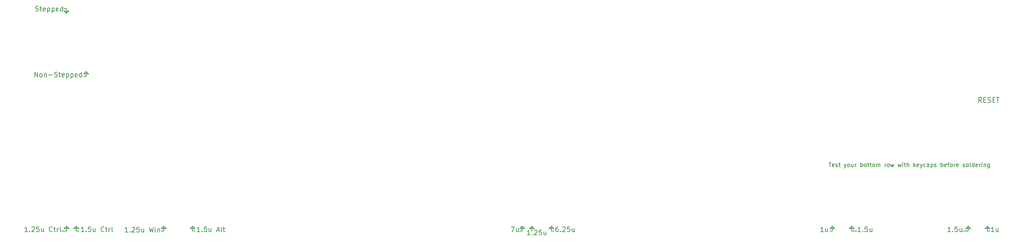
<source format=gbr>
%TF.GenerationSoftware,KiCad,Pcbnew,7.0.2*%
%TF.CreationDate,2023-06-29T00:21:25-04:00*%
%TF.ProjectId,FR4-universal-layout-plate,4652342d-756e-4697-9665-7273616c2d6c,rev?*%
%TF.SameCoordinates,Original*%
%TF.FileFunction,Legend,Top*%
%TF.FilePolarity,Positive*%
%FSLAX46Y46*%
G04 Gerber Fmt 4.6, Leading zero omitted, Abs format (unit mm)*
G04 Created by KiCad (PCBNEW 7.0.2) date 2023-06-29 00:21:25*
%MOMM*%
%LPD*%
G01*
G04 APERTURE LIST*
%ADD10C,0.150000*%
%ADD11C,0.200000*%
G04 APERTURE END LIST*
D10*
X113704783Y-112514157D02*
X114895409Y-112514157D01*
X2381250Y-58340674D02*
X1785939Y-58340674D01*
X4167191Y-112514157D02*
X5357817Y-112514157D01*
X4762500Y-111918750D02*
X4167191Y-112514157D01*
X33932841Y-112514157D02*
X33337500Y-111918844D01*
X2381252Y-113109470D02*
X1190626Y-113109470D01*
X190500160Y-111918844D02*
X191095473Y-112514157D01*
X121443749Y-113109470D02*
X122039165Y-113109470D01*
X190500160Y-111918844D02*
X189904847Y-112514157D01*
X121443749Y-111918844D02*
X120848539Y-112514157D01*
X224433001Y-112514157D02*
X223242375Y-112514157D01*
X121443749Y-111918844D02*
X122039165Y-112514157D01*
X195262664Y-111918844D02*
X195262664Y-113109470D01*
X5357817Y-112514157D02*
X4762500Y-111918750D01*
X229195505Y-112514157D02*
X228004879Y-112514157D01*
X114300000Y-111918844D02*
X114895409Y-112514157D01*
X2381252Y-111918844D02*
X2976565Y-112514157D01*
X228600192Y-111918844D02*
X228600192Y-113109470D01*
X2381250Y-59531300D02*
X1785939Y-58935987D01*
X116681348Y-111918844D02*
X116086035Y-112514157D01*
X5357817Y-113109470D02*
X4762504Y-113109470D01*
X116681348Y-111918844D02*
X116681348Y-113109470D01*
X7739069Y-74414125D02*
X6548443Y-74414125D01*
X32742215Y-112514157D02*
X33932841Y-112514157D01*
X194667351Y-112514157D02*
X195857977Y-112514157D01*
X4762504Y-113109470D02*
X4762500Y-111918750D01*
X122039165Y-112514157D02*
X120848539Y-112514157D01*
X195262664Y-113109470D02*
X196453290Y-113109470D01*
X114300000Y-113109470D02*
X113704783Y-113109470D01*
X223837688Y-111918844D02*
X223242375Y-112514157D01*
X116681348Y-111918844D02*
X117276661Y-112514157D01*
X7143756Y-73818812D02*
X6548443Y-74414125D01*
X114300000Y-111918844D02*
X113704783Y-112514157D01*
X26789085Y-112514157D02*
X25598459Y-112514157D01*
X26193750Y-111918797D02*
X26789085Y-112514157D01*
X228600192Y-111918844D02*
X229195505Y-112514157D01*
X2381250Y-59531300D02*
X2976565Y-58935987D01*
X190500160Y-113109470D02*
X189904847Y-113109470D01*
X116086035Y-112514157D02*
X117276661Y-112514157D01*
X33932841Y-113109470D02*
X33337528Y-113109470D01*
X33337528Y-113109470D02*
X33337500Y-111918797D01*
X228600192Y-113109470D02*
X229195505Y-113109470D01*
X26193772Y-113109470D02*
X26193750Y-111918797D01*
X189904847Y-112514157D02*
X191095473Y-112514157D01*
X223837688Y-113109470D02*
X222647062Y-113109470D01*
X114300000Y-111918844D02*
X114300000Y-113109470D01*
X2381252Y-111918844D02*
X1785939Y-112514157D01*
X7143750Y-73818812D02*
X7143756Y-75009438D01*
X228600192Y-111918844D02*
X228004879Y-112514157D01*
X25598459Y-113109470D02*
X26193772Y-113109470D01*
X33337500Y-111918844D02*
X32742215Y-112514157D01*
X2381252Y-111918844D02*
X2381252Y-113109470D01*
X25598459Y-112514157D02*
X26193750Y-111918797D01*
X7143756Y-75009438D02*
X6548443Y-75009438D01*
X1785939Y-58935987D02*
X2976565Y-58935987D01*
X1785939Y-112514157D02*
X2976565Y-112514157D01*
X195262664Y-111918844D02*
X194667351Y-112514157D01*
X2381250Y-59531300D02*
X2381250Y-58340674D01*
X223837688Y-111918844D02*
X223837688Y-113109470D01*
X7143756Y-73818812D02*
X7739069Y-74414125D01*
X121443749Y-111918844D02*
X121443749Y-113109470D01*
X195262664Y-111918844D02*
X195857977Y-112514157D01*
X190500160Y-111918844D02*
X190500160Y-113109470D01*
X223837688Y-111918844D02*
X224433001Y-112514157D01*
D11*
X219542857Y-113255142D02*
X218857143Y-113255142D01*
X219200000Y-113255142D02*
X219200000Y-112055142D01*
X219200000Y-112055142D02*
X219085714Y-112226571D01*
X219085714Y-112226571D02*
X218971429Y-112340857D01*
X218971429Y-112340857D02*
X218857143Y-112398000D01*
X220057143Y-113140857D02*
X220114286Y-113198000D01*
X220114286Y-113198000D02*
X220057143Y-113255142D01*
X220057143Y-113255142D02*
X220000000Y-113198000D01*
X220000000Y-113198000D02*
X220057143Y-113140857D01*
X220057143Y-113140857D02*
X220057143Y-113255142D01*
X221200000Y-112055142D02*
X220628572Y-112055142D01*
X220628572Y-112055142D02*
X220571429Y-112626571D01*
X220571429Y-112626571D02*
X220628572Y-112569428D01*
X220628572Y-112569428D02*
X220742858Y-112512285D01*
X220742858Y-112512285D02*
X221028572Y-112512285D01*
X221028572Y-112512285D02*
X221142858Y-112569428D01*
X221142858Y-112569428D02*
X221200000Y-112626571D01*
X221200000Y-112626571D02*
X221257143Y-112740857D01*
X221257143Y-112740857D02*
X221257143Y-113026571D01*
X221257143Y-113026571D02*
X221200000Y-113140857D01*
X221200000Y-113140857D02*
X221142858Y-113198000D01*
X221142858Y-113198000D02*
X221028572Y-113255142D01*
X221028572Y-113255142D02*
X220742858Y-113255142D01*
X220742858Y-113255142D02*
X220628572Y-113198000D01*
X220628572Y-113198000D02*
X220571429Y-113140857D01*
X222285715Y-112455142D02*
X222285715Y-113255142D01*
X221771429Y-112455142D02*
X221771429Y-113083714D01*
X221771429Y-113083714D02*
X221828572Y-113198000D01*
X221828572Y-113198000D02*
X221942857Y-113255142D01*
X221942857Y-113255142D02*
X222114286Y-113255142D01*
X222114286Y-113255142D02*
X222228572Y-113198000D01*
X222228572Y-113198000D02*
X222285715Y-113140857D01*
X123057143Y-112055142D02*
X122828571Y-112055142D01*
X122828571Y-112055142D02*
X122714285Y-112112285D01*
X122714285Y-112112285D02*
X122657143Y-112169428D01*
X122657143Y-112169428D02*
X122542857Y-112340857D01*
X122542857Y-112340857D02*
X122485714Y-112569428D01*
X122485714Y-112569428D02*
X122485714Y-113026571D01*
X122485714Y-113026571D02*
X122542857Y-113140857D01*
X122542857Y-113140857D02*
X122600000Y-113198000D01*
X122600000Y-113198000D02*
X122714285Y-113255142D01*
X122714285Y-113255142D02*
X122942857Y-113255142D01*
X122942857Y-113255142D02*
X123057143Y-113198000D01*
X123057143Y-113198000D02*
X123114285Y-113140857D01*
X123114285Y-113140857D02*
X123171428Y-113026571D01*
X123171428Y-113026571D02*
X123171428Y-112740857D01*
X123171428Y-112740857D02*
X123114285Y-112626571D01*
X123114285Y-112626571D02*
X123057143Y-112569428D01*
X123057143Y-112569428D02*
X122942857Y-112512285D01*
X122942857Y-112512285D02*
X122714285Y-112512285D01*
X122714285Y-112512285D02*
X122600000Y-112569428D01*
X122600000Y-112569428D02*
X122542857Y-112626571D01*
X122542857Y-112626571D02*
X122485714Y-112740857D01*
X123685714Y-113140857D02*
X123742857Y-113198000D01*
X123742857Y-113198000D02*
X123685714Y-113255142D01*
X123685714Y-113255142D02*
X123628571Y-113198000D01*
X123628571Y-113198000D02*
X123685714Y-113140857D01*
X123685714Y-113140857D02*
X123685714Y-113255142D01*
X124200000Y-112169428D02*
X124257143Y-112112285D01*
X124257143Y-112112285D02*
X124371429Y-112055142D01*
X124371429Y-112055142D02*
X124657143Y-112055142D01*
X124657143Y-112055142D02*
X124771429Y-112112285D01*
X124771429Y-112112285D02*
X124828571Y-112169428D01*
X124828571Y-112169428D02*
X124885714Y-112283714D01*
X124885714Y-112283714D02*
X124885714Y-112398000D01*
X124885714Y-112398000D02*
X124828571Y-112569428D01*
X124828571Y-112569428D02*
X124142857Y-113255142D01*
X124142857Y-113255142D02*
X124885714Y-113255142D01*
X125971428Y-112055142D02*
X125400000Y-112055142D01*
X125400000Y-112055142D02*
X125342857Y-112626571D01*
X125342857Y-112626571D02*
X125400000Y-112569428D01*
X125400000Y-112569428D02*
X125514286Y-112512285D01*
X125514286Y-112512285D02*
X125800000Y-112512285D01*
X125800000Y-112512285D02*
X125914286Y-112569428D01*
X125914286Y-112569428D02*
X125971428Y-112626571D01*
X125971428Y-112626571D02*
X126028571Y-112740857D01*
X126028571Y-112740857D02*
X126028571Y-113026571D01*
X126028571Y-113026571D02*
X125971428Y-113140857D01*
X125971428Y-113140857D02*
X125914286Y-113198000D01*
X125914286Y-113198000D02*
X125800000Y-113255142D01*
X125800000Y-113255142D02*
X125514286Y-113255142D01*
X125514286Y-113255142D02*
X125400000Y-113198000D01*
X125400000Y-113198000D02*
X125342857Y-113140857D01*
X127057143Y-112455142D02*
X127057143Y-113255142D01*
X126542857Y-112455142D02*
X126542857Y-113083714D01*
X126542857Y-113083714D02*
X126600000Y-113198000D01*
X126600000Y-113198000D02*
X126714285Y-113255142D01*
X126714285Y-113255142D02*
X126885714Y-113255142D01*
X126885714Y-113255142D02*
X127000000Y-113198000D01*
X127000000Y-113198000D02*
X127057143Y-113140857D01*
X197442857Y-113255142D02*
X196757143Y-113255142D01*
X197100000Y-113255142D02*
X197100000Y-112055142D01*
X197100000Y-112055142D02*
X196985714Y-112226571D01*
X196985714Y-112226571D02*
X196871429Y-112340857D01*
X196871429Y-112340857D02*
X196757143Y-112398000D01*
X197957143Y-113140857D02*
X198014286Y-113198000D01*
X198014286Y-113198000D02*
X197957143Y-113255142D01*
X197957143Y-113255142D02*
X197900000Y-113198000D01*
X197900000Y-113198000D02*
X197957143Y-113140857D01*
X197957143Y-113140857D02*
X197957143Y-113255142D01*
X199100000Y-112055142D02*
X198528572Y-112055142D01*
X198528572Y-112055142D02*
X198471429Y-112626571D01*
X198471429Y-112626571D02*
X198528572Y-112569428D01*
X198528572Y-112569428D02*
X198642858Y-112512285D01*
X198642858Y-112512285D02*
X198928572Y-112512285D01*
X198928572Y-112512285D02*
X199042858Y-112569428D01*
X199042858Y-112569428D02*
X199100000Y-112626571D01*
X199100000Y-112626571D02*
X199157143Y-112740857D01*
X199157143Y-112740857D02*
X199157143Y-113026571D01*
X199157143Y-113026571D02*
X199100000Y-113140857D01*
X199100000Y-113140857D02*
X199042858Y-113198000D01*
X199042858Y-113198000D02*
X198928572Y-113255142D01*
X198928572Y-113255142D02*
X198642858Y-113255142D01*
X198642858Y-113255142D02*
X198528572Y-113198000D01*
X198528572Y-113198000D02*
X198471429Y-113140857D01*
X200185715Y-112455142D02*
X200185715Y-113255142D01*
X199671429Y-112455142D02*
X199671429Y-113083714D01*
X199671429Y-113083714D02*
X199728572Y-113198000D01*
X199728572Y-113198000D02*
X199842857Y-113255142D01*
X199842857Y-113255142D02*
X200014286Y-113255142D01*
X200014286Y-113255142D02*
X200128572Y-113198000D01*
X200128572Y-113198000D02*
X200185715Y-113140857D01*
X188300000Y-113255142D02*
X187614286Y-113255142D01*
X187957143Y-113255142D02*
X187957143Y-112055142D01*
X187957143Y-112055142D02*
X187842857Y-112226571D01*
X187842857Y-112226571D02*
X187728572Y-112340857D01*
X187728572Y-112340857D02*
X187614286Y-112398000D01*
X189328572Y-112455142D02*
X189328572Y-113255142D01*
X188814286Y-112455142D02*
X188814286Y-113083714D01*
X188814286Y-113083714D02*
X188871429Y-113198000D01*
X188871429Y-113198000D02*
X188985714Y-113255142D01*
X188985714Y-113255142D02*
X189157143Y-113255142D01*
X189157143Y-113255142D02*
X189271429Y-113198000D01*
X189271429Y-113198000D02*
X189328572Y-113140857D01*
X-5442855Y-75155142D02*
X-5442855Y-73955142D01*
X-5442855Y-73955142D02*
X-4757141Y-75155142D01*
X-4757141Y-75155142D02*
X-4757141Y-73955142D01*
X-4014284Y-75155142D02*
X-4128569Y-75098000D01*
X-4128569Y-75098000D02*
X-4185712Y-75040857D01*
X-4185712Y-75040857D02*
X-4242855Y-74926571D01*
X-4242855Y-74926571D02*
X-4242855Y-74583714D01*
X-4242855Y-74583714D02*
X-4185712Y-74469428D01*
X-4185712Y-74469428D02*
X-4128569Y-74412285D01*
X-4128569Y-74412285D02*
X-4014284Y-74355142D01*
X-4014284Y-74355142D02*
X-3842855Y-74355142D01*
X-3842855Y-74355142D02*
X-3728569Y-74412285D01*
X-3728569Y-74412285D02*
X-3671427Y-74469428D01*
X-3671427Y-74469428D02*
X-3614284Y-74583714D01*
X-3614284Y-74583714D02*
X-3614284Y-74926571D01*
X-3614284Y-74926571D02*
X-3671427Y-75040857D01*
X-3671427Y-75040857D02*
X-3728569Y-75098000D01*
X-3728569Y-75098000D02*
X-3842855Y-75155142D01*
X-3842855Y-75155142D02*
X-4014284Y-75155142D01*
X-3099998Y-74355142D02*
X-3099998Y-75155142D01*
X-3099998Y-74469428D02*
X-3042855Y-74412285D01*
X-3042855Y-74412285D02*
X-2928570Y-74355142D01*
X-2928570Y-74355142D02*
X-2757141Y-74355142D01*
X-2757141Y-74355142D02*
X-2642855Y-74412285D01*
X-2642855Y-74412285D02*
X-2585713Y-74526571D01*
X-2585713Y-74526571D02*
X-2585713Y-75155142D01*
X-2014284Y-74698000D02*
X-1099999Y-74698000D01*
X-585713Y-75098000D02*
X-414285Y-75155142D01*
X-414285Y-75155142D02*
X-128570Y-75155142D01*
X-128570Y-75155142D02*
X-14285Y-75098000D01*
X-14285Y-75098000D02*
X42857Y-75040857D01*
X42857Y-75040857D02*
X100000Y-74926571D01*
X100000Y-74926571D02*
X100000Y-74812285D01*
X100000Y-74812285D02*
X42857Y-74698000D01*
X42857Y-74698000D02*
X-14285Y-74640857D01*
X-14285Y-74640857D02*
X-128570Y-74583714D01*
X-128570Y-74583714D02*
X-357142Y-74526571D01*
X-357142Y-74526571D02*
X-471427Y-74469428D01*
X-471427Y-74469428D02*
X-528570Y-74412285D01*
X-528570Y-74412285D02*
X-585713Y-74298000D01*
X-585713Y-74298000D02*
X-585713Y-74183714D01*
X-585713Y-74183714D02*
X-528570Y-74069428D01*
X-528570Y-74069428D02*
X-471427Y-74012285D01*
X-471427Y-74012285D02*
X-357142Y-73955142D01*
X-357142Y-73955142D02*
X-71427Y-73955142D01*
X-71427Y-73955142D02*
X100000Y-74012285D01*
X442857Y-74355142D02*
X900000Y-74355142D01*
X614286Y-73955142D02*
X614286Y-74983714D01*
X614286Y-74983714D02*
X671429Y-75098000D01*
X671429Y-75098000D02*
X785714Y-75155142D01*
X785714Y-75155142D02*
X900000Y-75155142D01*
X1757143Y-75098000D02*
X1642857Y-75155142D01*
X1642857Y-75155142D02*
X1414286Y-75155142D01*
X1414286Y-75155142D02*
X1300000Y-75098000D01*
X1300000Y-75098000D02*
X1242857Y-74983714D01*
X1242857Y-74983714D02*
X1242857Y-74526571D01*
X1242857Y-74526571D02*
X1300000Y-74412285D01*
X1300000Y-74412285D02*
X1414286Y-74355142D01*
X1414286Y-74355142D02*
X1642857Y-74355142D01*
X1642857Y-74355142D02*
X1757143Y-74412285D01*
X1757143Y-74412285D02*
X1814286Y-74526571D01*
X1814286Y-74526571D02*
X1814286Y-74640857D01*
X1814286Y-74640857D02*
X1242857Y-74755142D01*
X2328571Y-74355142D02*
X2328571Y-75555142D01*
X2328571Y-74412285D02*
X2442857Y-74355142D01*
X2442857Y-74355142D02*
X2671428Y-74355142D01*
X2671428Y-74355142D02*
X2785714Y-74412285D01*
X2785714Y-74412285D02*
X2842857Y-74469428D01*
X2842857Y-74469428D02*
X2899999Y-74583714D01*
X2899999Y-74583714D02*
X2899999Y-74926571D01*
X2899999Y-74926571D02*
X2842857Y-75040857D01*
X2842857Y-75040857D02*
X2785714Y-75098000D01*
X2785714Y-75098000D02*
X2671428Y-75155142D01*
X2671428Y-75155142D02*
X2442857Y-75155142D01*
X2442857Y-75155142D02*
X2328571Y-75098000D01*
X3414285Y-74355142D02*
X3414285Y-75555142D01*
X3414285Y-74412285D02*
X3528571Y-74355142D01*
X3528571Y-74355142D02*
X3757142Y-74355142D01*
X3757142Y-74355142D02*
X3871428Y-74412285D01*
X3871428Y-74412285D02*
X3928571Y-74469428D01*
X3928571Y-74469428D02*
X3985713Y-74583714D01*
X3985713Y-74583714D02*
X3985713Y-74926571D01*
X3985713Y-74926571D02*
X3928571Y-75040857D01*
X3928571Y-75040857D02*
X3871428Y-75098000D01*
X3871428Y-75098000D02*
X3757142Y-75155142D01*
X3757142Y-75155142D02*
X3528571Y-75155142D01*
X3528571Y-75155142D02*
X3414285Y-75098000D01*
X4957142Y-75098000D02*
X4842856Y-75155142D01*
X4842856Y-75155142D02*
X4614285Y-75155142D01*
X4614285Y-75155142D02*
X4499999Y-75098000D01*
X4499999Y-75098000D02*
X4442856Y-74983714D01*
X4442856Y-74983714D02*
X4442856Y-74526571D01*
X4442856Y-74526571D02*
X4499999Y-74412285D01*
X4499999Y-74412285D02*
X4614285Y-74355142D01*
X4614285Y-74355142D02*
X4842856Y-74355142D01*
X4842856Y-74355142D02*
X4957142Y-74412285D01*
X4957142Y-74412285D02*
X5014285Y-74526571D01*
X5014285Y-74526571D02*
X5014285Y-74640857D01*
X5014285Y-74640857D02*
X4442856Y-74755142D01*
X6042856Y-75155142D02*
X6042856Y-73955142D01*
X6042856Y-75098000D02*
X5928570Y-75155142D01*
X5928570Y-75155142D02*
X5699998Y-75155142D01*
X5699998Y-75155142D02*
X5585713Y-75098000D01*
X5585713Y-75098000D02*
X5528570Y-75040857D01*
X5528570Y-75040857D02*
X5471427Y-74926571D01*
X5471427Y-74926571D02*
X5471427Y-74583714D01*
X5471427Y-74583714D02*
X5528570Y-74469428D01*
X5528570Y-74469428D02*
X5585713Y-74412285D01*
X5585713Y-74412285D02*
X5699998Y-74355142D01*
X5699998Y-74355142D02*
X5928570Y-74355142D01*
X5928570Y-74355142D02*
X6042856Y-74412285D01*
X17399999Y-113355142D02*
X16714285Y-113355142D01*
X17057142Y-113355142D02*
X17057142Y-112155142D01*
X17057142Y-112155142D02*
X16942856Y-112326571D01*
X16942856Y-112326571D02*
X16828571Y-112440857D01*
X16828571Y-112440857D02*
X16714285Y-112498000D01*
X17914285Y-113240857D02*
X17971428Y-113298000D01*
X17971428Y-113298000D02*
X17914285Y-113355142D01*
X17914285Y-113355142D02*
X17857142Y-113298000D01*
X17857142Y-113298000D02*
X17914285Y-113240857D01*
X17914285Y-113240857D02*
X17914285Y-113355142D01*
X18428571Y-112269428D02*
X18485714Y-112212285D01*
X18485714Y-112212285D02*
X18600000Y-112155142D01*
X18600000Y-112155142D02*
X18885714Y-112155142D01*
X18885714Y-112155142D02*
X19000000Y-112212285D01*
X19000000Y-112212285D02*
X19057142Y-112269428D01*
X19057142Y-112269428D02*
X19114285Y-112383714D01*
X19114285Y-112383714D02*
X19114285Y-112498000D01*
X19114285Y-112498000D02*
X19057142Y-112669428D01*
X19057142Y-112669428D02*
X18371428Y-113355142D01*
X18371428Y-113355142D02*
X19114285Y-113355142D01*
X20199999Y-112155142D02*
X19628571Y-112155142D01*
X19628571Y-112155142D02*
X19571428Y-112726571D01*
X19571428Y-112726571D02*
X19628571Y-112669428D01*
X19628571Y-112669428D02*
X19742857Y-112612285D01*
X19742857Y-112612285D02*
X20028571Y-112612285D01*
X20028571Y-112612285D02*
X20142857Y-112669428D01*
X20142857Y-112669428D02*
X20199999Y-112726571D01*
X20199999Y-112726571D02*
X20257142Y-112840857D01*
X20257142Y-112840857D02*
X20257142Y-113126571D01*
X20257142Y-113126571D02*
X20199999Y-113240857D01*
X20199999Y-113240857D02*
X20142857Y-113298000D01*
X20142857Y-113298000D02*
X20028571Y-113355142D01*
X20028571Y-113355142D02*
X19742857Y-113355142D01*
X19742857Y-113355142D02*
X19628571Y-113298000D01*
X19628571Y-113298000D02*
X19571428Y-113240857D01*
X21285714Y-112555142D02*
X21285714Y-113355142D01*
X20771428Y-112555142D02*
X20771428Y-113183714D01*
X20771428Y-113183714D02*
X20828571Y-113298000D01*
X20828571Y-113298000D02*
X20942856Y-113355142D01*
X20942856Y-113355142D02*
X21114285Y-113355142D01*
X21114285Y-113355142D02*
X21228571Y-113298000D01*
X21228571Y-113298000D02*
X21285714Y-113240857D01*
X22657142Y-112155142D02*
X22942856Y-113355142D01*
X22942856Y-113355142D02*
X23171428Y-112498000D01*
X23171428Y-112498000D02*
X23399999Y-113355142D01*
X23399999Y-113355142D02*
X23685714Y-112155142D01*
X24142857Y-113355142D02*
X24142857Y-112555142D01*
X24142857Y-112155142D02*
X24085714Y-112212285D01*
X24085714Y-112212285D02*
X24142857Y-112269428D01*
X24142857Y-112269428D02*
X24200000Y-112212285D01*
X24200000Y-112212285D02*
X24142857Y-112155142D01*
X24142857Y-112155142D02*
X24142857Y-112269428D01*
X24714286Y-112555142D02*
X24714286Y-113355142D01*
X24714286Y-112669428D02*
X24771429Y-112612285D01*
X24771429Y-112612285D02*
X24885714Y-112555142D01*
X24885714Y-112555142D02*
X25057143Y-112555142D01*
X25057143Y-112555142D02*
X25171429Y-112612285D01*
X25171429Y-112612285D02*
X25228572Y-112726571D01*
X25228572Y-112726571D02*
X25228572Y-113355142D01*
X-7214285Y-113255142D02*
X-7899999Y-113255142D01*
X-7557142Y-113255142D02*
X-7557142Y-112055142D01*
X-7557142Y-112055142D02*
X-7671428Y-112226571D01*
X-7671428Y-112226571D02*
X-7785713Y-112340857D01*
X-7785713Y-112340857D02*
X-7899999Y-112398000D01*
X-6699999Y-113140857D02*
X-6642856Y-113198000D01*
X-6642856Y-113198000D02*
X-6699999Y-113255142D01*
X-6699999Y-113255142D02*
X-6757142Y-113198000D01*
X-6757142Y-113198000D02*
X-6699999Y-113140857D01*
X-6699999Y-113140857D02*
X-6699999Y-113255142D01*
X-6185713Y-112169428D02*
X-6128570Y-112112285D01*
X-6128570Y-112112285D02*
X-6014285Y-112055142D01*
X-6014285Y-112055142D02*
X-5728570Y-112055142D01*
X-5728570Y-112055142D02*
X-5614285Y-112112285D01*
X-5614285Y-112112285D02*
X-5557142Y-112169428D01*
X-5557142Y-112169428D02*
X-5499999Y-112283714D01*
X-5499999Y-112283714D02*
X-5499999Y-112398000D01*
X-5499999Y-112398000D02*
X-5557142Y-112569428D01*
X-5557142Y-112569428D02*
X-6242856Y-113255142D01*
X-6242856Y-113255142D02*
X-5499999Y-113255142D01*
X-4414285Y-112055142D02*
X-4985713Y-112055142D01*
X-4985713Y-112055142D02*
X-5042856Y-112626571D01*
X-5042856Y-112626571D02*
X-4985713Y-112569428D01*
X-4985713Y-112569428D02*
X-4871428Y-112512285D01*
X-4871428Y-112512285D02*
X-4585713Y-112512285D01*
X-4585713Y-112512285D02*
X-4471428Y-112569428D01*
X-4471428Y-112569428D02*
X-4414285Y-112626571D01*
X-4414285Y-112626571D02*
X-4357142Y-112740857D01*
X-4357142Y-112740857D02*
X-4357142Y-113026571D01*
X-4357142Y-113026571D02*
X-4414285Y-113140857D01*
X-4414285Y-113140857D02*
X-4471428Y-113198000D01*
X-4471428Y-113198000D02*
X-4585713Y-113255142D01*
X-4585713Y-113255142D02*
X-4871428Y-113255142D01*
X-4871428Y-113255142D02*
X-4985713Y-113198000D01*
X-4985713Y-113198000D02*
X-5042856Y-113140857D01*
X-3328571Y-112455142D02*
X-3328571Y-113255142D01*
X-3842856Y-112455142D02*
X-3842856Y-113083714D01*
X-3842856Y-113083714D02*
X-3785713Y-113198000D01*
X-3785713Y-113198000D02*
X-3671428Y-113255142D01*
X-3671428Y-113255142D02*
X-3499999Y-113255142D01*
X-3499999Y-113255142D02*
X-3385713Y-113198000D01*
X-3385713Y-113198000D02*
X-3328571Y-113140857D01*
X-1157142Y-113140857D02*
X-1214285Y-113198000D01*
X-1214285Y-113198000D02*
X-1385713Y-113255142D01*
X-1385713Y-113255142D02*
X-1499999Y-113255142D01*
X-1499999Y-113255142D02*
X-1671428Y-113198000D01*
X-1671428Y-113198000D02*
X-1785713Y-113083714D01*
X-1785713Y-113083714D02*
X-1842856Y-112969428D01*
X-1842856Y-112969428D02*
X-1899999Y-112740857D01*
X-1899999Y-112740857D02*
X-1899999Y-112569428D01*
X-1899999Y-112569428D02*
X-1842856Y-112340857D01*
X-1842856Y-112340857D02*
X-1785713Y-112226571D01*
X-1785713Y-112226571D02*
X-1671428Y-112112285D01*
X-1671428Y-112112285D02*
X-1499999Y-112055142D01*
X-1499999Y-112055142D02*
X-1385713Y-112055142D01*
X-1385713Y-112055142D02*
X-1214285Y-112112285D01*
X-1214285Y-112112285D02*
X-1157142Y-112169428D01*
X-814285Y-112455142D02*
X-357142Y-112455142D01*
X-642856Y-112055142D02*
X-642856Y-113083714D01*
X-642856Y-113083714D02*
X-585713Y-113198000D01*
X-585713Y-113198000D02*
X-471428Y-113255142D01*
X-471428Y-113255142D02*
X-357142Y-113255142D01*
X42857Y-113255142D02*
X42857Y-112455142D01*
X42857Y-112683714D02*
X100000Y-112569428D01*
X100000Y-112569428D02*
X157143Y-112512285D01*
X157143Y-112512285D02*
X271428Y-112455142D01*
X271428Y-112455142D02*
X385714Y-112455142D01*
X957142Y-113255142D02*
X842857Y-113198000D01*
X842857Y-113198000D02*
X785714Y-113083714D01*
X785714Y-113083714D02*
X785714Y-112055142D01*
X-5242855Y-58898000D02*
X-5071427Y-58955142D01*
X-5071427Y-58955142D02*
X-4785712Y-58955142D01*
X-4785712Y-58955142D02*
X-4671427Y-58898000D01*
X-4671427Y-58898000D02*
X-4614284Y-58840857D01*
X-4614284Y-58840857D02*
X-4557141Y-58726571D01*
X-4557141Y-58726571D02*
X-4557141Y-58612285D01*
X-4557141Y-58612285D02*
X-4614284Y-58498000D01*
X-4614284Y-58498000D02*
X-4671427Y-58440857D01*
X-4671427Y-58440857D02*
X-4785712Y-58383714D01*
X-4785712Y-58383714D02*
X-5014284Y-58326571D01*
X-5014284Y-58326571D02*
X-5128569Y-58269428D01*
X-5128569Y-58269428D02*
X-5185712Y-58212285D01*
X-5185712Y-58212285D02*
X-5242855Y-58098000D01*
X-5242855Y-58098000D02*
X-5242855Y-57983714D01*
X-5242855Y-57983714D02*
X-5185712Y-57869428D01*
X-5185712Y-57869428D02*
X-5128569Y-57812285D01*
X-5128569Y-57812285D02*
X-5014284Y-57755142D01*
X-5014284Y-57755142D02*
X-4728569Y-57755142D01*
X-4728569Y-57755142D02*
X-4557141Y-57812285D01*
X-4214284Y-58155142D02*
X-3757141Y-58155142D01*
X-4042855Y-57755142D02*
X-4042855Y-58783714D01*
X-4042855Y-58783714D02*
X-3985712Y-58898000D01*
X-3985712Y-58898000D02*
X-3871427Y-58955142D01*
X-3871427Y-58955142D02*
X-3757141Y-58955142D01*
X-2899998Y-58898000D02*
X-3014284Y-58955142D01*
X-3014284Y-58955142D02*
X-3242856Y-58955142D01*
X-3242856Y-58955142D02*
X-3357141Y-58898000D01*
X-3357141Y-58898000D02*
X-3414284Y-58783714D01*
X-3414284Y-58783714D02*
X-3414284Y-58326571D01*
X-3414284Y-58326571D02*
X-3357141Y-58212285D01*
X-3357141Y-58212285D02*
X-3242856Y-58155142D01*
X-3242856Y-58155142D02*
X-3014284Y-58155142D01*
X-3014284Y-58155142D02*
X-2899998Y-58212285D01*
X-2899998Y-58212285D02*
X-2842856Y-58326571D01*
X-2842856Y-58326571D02*
X-2842856Y-58440857D01*
X-2842856Y-58440857D02*
X-3414284Y-58555142D01*
X-2328570Y-58155142D02*
X-2328570Y-59355142D01*
X-2328570Y-58212285D02*
X-2214285Y-58155142D01*
X-2214285Y-58155142D02*
X-1985713Y-58155142D01*
X-1985713Y-58155142D02*
X-1871427Y-58212285D01*
X-1871427Y-58212285D02*
X-1814285Y-58269428D01*
X-1814285Y-58269428D02*
X-1757142Y-58383714D01*
X-1757142Y-58383714D02*
X-1757142Y-58726571D01*
X-1757142Y-58726571D02*
X-1814285Y-58840857D01*
X-1814285Y-58840857D02*
X-1871427Y-58898000D01*
X-1871427Y-58898000D02*
X-1985713Y-58955142D01*
X-1985713Y-58955142D02*
X-2214285Y-58955142D01*
X-2214285Y-58955142D02*
X-2328570Y-58898000D01*
X-1242856Y-58155142D02*
X-1242856Y-59355142D01*
X-1242856Y-58212285D02*
X-1128571Y-58155142D01*
X-1128571Y-58155142D02*
X-899999Y-58155142D01*
X-899999Y-58155142D02*
X-785713Y-58212285D01*
X-785713Y-58212285D02*
X-728571Y-58269428D01*
X-728571Y-58269428D02*
X-671428Y-58383714D01*
X-671428Y-58383714D02*
X-671428Y-58726571D01*
X-671428Y-58726571D02*
X-728571Y-58840857D01*
X-728571Y-58840857D02*
X-785713Y-58898000D01*
X-785713Y-58898000D02*
X-899999Y-58955142D01*
X-899999Y-58955142D02*
X-1128571Y-58955142D01*
X-1128571Y-58955142D02*
X-1242856Y-58898000D01*
X300000Y-58898000D02*
X185714Y-58955142D01*
X185714Y-58955142D02*
X-42857Y-58955142D01*
X-42857Y-58955142D02*
X-157142Y-58898000D01*
X-157142Y-58898000D02*
X-214285Y-58783714D01*
X-214285Y-58783714D02*
X-214285Y-58326571D01*
X-214285Y-58326571D02*
X-157142Y-58212285D01*
X-157142Y-58212285D02*
X-42857Y-58155142D01*
X-42857Y-58155142D02*
X185714Y-58155142D01*
X185714Y-58155142D02*
X300000Y-58212285D01*
X300000Y-58212285D02*
X357143Y-58326571D01*
X357143Y-58326571D02*
X357143Y-58440857D01*
X357143Y-58440857D02*
X-214285Y-58555142D01*
X1385714Y-58955142D02*
X1385714Y-57755142D01*
X1385714Y-58898000D02*
X1271428Y-58955142D01*
X1271428Y-58955142D02*
X1042856Y-58955142D01*
X1042856Y-58955142D02*
X928571Y-58898000D01*
X928571Y-58898000D02*
X871428Y-58840857D01*
X871428Y-58840857D02*
X814285Y-58726571D01*
X814285Y-58726571D02*
X814285Y-58383714D01*
X814285Y-58383714D02*
X871428Y-58269428D01*
X871428Y-58269428D02*
X928571Y-58212285D01*
X928571Y-58212285D02*
X1042856Y-58155142D01*
X1042856Y-58155142D02*
X1271428Y-58155142D01*
X1271428Y-58155142D02*
X1385714Y-58212285D01*
X6657143Y-113255142D02*
X5971429Y-113255142D01*
X6314286Y-113255142D02*
X6314286Y-112055142D01*
X6314286Y-112055142D02*
X6200000Y-112226571D01*
X6200000Y-112226571D02*
X6085715Y-112340857D01*
X6085715Y-112340857D02*
X5971429Y-112398000D01*
X7171429Y-113140857D02*
X7228572Y-113198000D01*
X7228572Y-113198000D02*
X7171429Y-113255142D01*
X7171429Y-113255142D02*
X7114286Y-113198000D01*
X7114286Y-113198000D02*
X7171429Y-113140857D01*
X7171429Y-113140857D02*
X7171429Y-113255142D01*
X8314286Y-112055142D02*
X7742858Y-112055142D01*
X7742858Y-112055142D02*
X7685715Y-112626571D01*
X7685715Y-112626571D02*
X7742858Y-112569428D01*
X7742858Y-112569428D02*
X7857144Y-112512285D01*
X7857144Y-112512285D02*
X8142858Y-112512285D01*
X8142858Y-112512285D02*
X8257144Y-112569428D01*
X8257144Y-112569428D02*
X8314286Y-112626571D01*
X8314286Y-112626571D02*
X8371429Y-112740857D01*
X8371429Y-112740857D02*
X8371429Y-113026571D01*
X8371429Y-113026571D02*
X8314286Y-113140857D01*
X8314286Y-113140857D02*
X8257144Y-113198000D01*
X8257144Y-113198000D02*
X8142858Y-113255142D01*
X8142858Y-113255142D02*
X7857144Y-113255142D01*
X7857144Y-113255142D02*
X7742858Y-113198000D01*
X7742858Y-113198000D02*
X7685715Y-113140857D01*
X9400001Y-112455142D02*
X9400001Y-113255142D01*
X8885715Y-112455142D02*
X8885715Y-113083714D01*
X8885715Y-113083714D02*
X8942858Y-113198000D01*
X8942858Y-113198000D02*
X9057143Y-113255142D01*
X9057143Y-113255142D02*
X9228572Y-113255142D01*
X9228572Y-113255142D02*
X9342858Y-113198000D01*
X9342858Y-113198000D02*
X9400001Y-113140857D01*
X11571429Y-113140857D02*
X11514286Y-113198000D01*
X11514286Y-113198000D02*
X11342858Y-113255142D01*
X11342858Y-113255142D02*
X11228572Y-113255142D01*
X11228572Y-113255142D02*
X11057143Y-113198000D01*
X11057143Y-113198000D02*
X10942858Y-113083714D01*
X10942858Y-113083714D02*
X10885715Y-112969428D01*
X10885715Y-112969428D02*
X10828572Y-112740857D01*
X10828572Y-112740857D02*
X10828572Y-112569428D01*
X10828572Y-112569428D02*
X10885715Y-112340857D01*
X10885715Y-112340857D02*
X10942858Y-112226571D01*
X10942858Y-112226571D02*
X11057143Y-112112285D01*
X11057143Y-112112285D02*
X11228572Y-112055142D01*
X11228572Y-112055142D02*
X11342858Y-112055142D01*
X11342858Y-112055142D02*
X11514286Y-112112285D01*
X11514286Y-112112285D02*
X11571429Y-112169428D01*
X11914286Y-112455142D02*
X12371429Y-112455142D01*
X12085715Y-112055142D02*
X12085715Y-113083714D01*
X12085715Y-113083714D02*
X12142858Y-113198000D01*
X12142858Y-113198000D02*
X12257143Y-113255142D01*
X12257143Y-113255142D02*
X12371429Y-113255142D01*
X12771429Y-113255142D02*
X12771429Y-112455142D01*
X12771429Y-112683714D02*
X12828572Y-112569428D01*
X12828572Y-112569428D02*
X12885715Y-112512285D01*
X12885715Y-112512285D02*
X13000000Y-112455142D01*
X13000000Y-112455142D02*
X13114286Y-112455142D01*
X13685714Y-113255142D02*
X13571429Y-113198000D01*
X13571429Y-113198000D02*
X13514286Y-113083714D01*
X13514286Y-113083714D02*
X13514286Y-112055142D01*
X227157143Y-81415142D02*
X226757143Y-80843714D01*
X226471429Y-81415142D02*
X226471429Y-80215142D01*
X226471429Y-80215142D02*
X226928572Y-80215142D01*
X226928572Y-80215142D02*
X227042857Y-80272285D01*
X227042857Y-80272285D02*
X227100000Y-80329428D01*
X227100000Y-80329428D02*
X227157143Y-80443714D01*
X227157143Y-80443714D02*
X227157143Y-80615142D01*
X227157143Y-80615142D02*
X227100000Y-80729428D01*
X227100000Y-80729428D02*
X227042857Y-80786571D01*
X227042857Y-80786571D02*
X226928572Y-80843714D01*
X226928572Y-80843714D02*
X226471429Y-80843714D01*
X227671429Y-80786571D02*
X228071429Y-80786571D01*
X228242857Y-81415142D02*
X227671429Y-81415142D01*
X227671429Y-81415142D02*
X227671429Y-80215142D01*
X227671429Y-80215142D02*
X228242857Y-80215142D01*
X228700000Y-81358000D02*
X228871429Y-81415142D01*
X228871429Y-81415142D02*
X229157143Y-81415142D01*
X229157143Y-81415142D02*
X229271429Y-81358000D01*
X229271429Y-81358000D02*
X229328571Y-81300857D01*
X229328571Y-81300857D02*
X229385714Y-81186571D01*
X229385714Y-81186571D02*
X229385714Y-81072285D01*
X229385714Y-81072285D02*
X229328571Y-80958000D01*
X229328571Y-80958000D02*
X229271429Y-80900857D01*
X229271429Y-80900857D02*
X229157143Y-80843714D01*
X229157143Y-80843714D02*
X228928571Y-80786571D01*
X228928571Y-80786571D02*
X228814286Y-80729428D01*
X228814286Y-80729428D02*
X228757143Y-80672285D01*
X228757143Y-80672285D02*
X228700000Y-80558000D01*
X228700000Y-80558000D02*
X228700000Y-80443714D01*
X228700000Y-80443714D02*
X228757143Y-80329428D01*
X228757143Y-80329428D02*
X228814286Y-80272285D01*
X228814286Y-80272285D02*
X228928571Y-80215142D01*
X228928571Y-80215142D02*
X229214286Y-80215142D01*
X229214286Y-80215142D02*
X229385714Y-80272285D01*
X229900000Y-80786571D02*
X230300000Y-80786571D01*
X230471428Y-81415142D02*
X229900000Y-81415142D01*
X229900000Y-81415142D02*
X229900000Y-80215142D01*
X229900000Y-80215142D02*
X230471428Y-80215142D01*
X230814285Y-80215142D02*
X231500000Y-80215142D01*
X231157142Y-81415142D02*
X231157142Y-80215142D01*
X35114286Y-113255142D02*
X34428572Y-113255142D01*
X34771429Y-113255142D02*
X34771429Y-112055142D01*
X34771429Y-112055142D02*
X34657143Y-112226571D01*
X34657143Y-112226571D02*
X34542858Y-112340857D01*
X34542858Y-112340857D02*
X34428572Y-112398000D01*
X35628572Y-113140857D02*
X35685715Y-113198000D01*
X35685715Y-113198000D02*
X35628572Y-113255142D01*
X35628572Y-113255142D02*
X35571429Y-113198000D01*
X35571429Y-113198000D02*
X35628572Y-113140857D01*
X35628572Y-113140857D02*
X35628572Y-113255142D01*
X36771429Y-112055142D02*
X36200001Y-112055142D01*
X36200001Y-112055142D02*
X36142858Y-112626571D01*
X36142858Y-112626571D02*
X36200001Y-112569428D01*
X36200001Y-112569428D02*
X36314287Y-112512285D01*
X36314287Y-112512285D02*
X36600001Y-112512285D01*
X36600001Y-112512285D02*
X36714287Y-112569428D01*
X36714287Y-112569428D02*
X36771429Y-112626571D01*
X36771429Y-112626571D02*
X36828572Y-112740857D01*
X36828572Y-112740857D02*
X36828572Y-113026571D01*
X36828572Y-113026571D02*
X36771429Y-113140857D01*
X36771429Y-113140857D02*
X36714287Y-113198000D01*
X36714287Y-113198000D02*
X36600001Y-113255142D01*
X36600001Y-113255142D02*
X36314287Y-113255142D01*
X36314287Y-113255142D02*
X36200001Y-113198000D01*
X36200001Y-113198000D02*
X36142858Y-113140857D01*
X37857144Y-112455142D02*
X37857144Y-113255142D01*
X37342858Y-112455142D02*
X37342858Y-113083714D01*
X37342858Y-113083714D02*
X37400001Y-113198000D01*
X37400001Y-113198000D02*
X37514286Y-113255142D01*
X37514286Y-113255142D02*
X37685715Y-113255142D01*
X37685715Y-113255142D02*
X37800001Y-113198000D01*
X37800001Y-113198000D02*
X37857144Y-113140857D01*
X39285715Y-112912285D02*
X39857144Y-112912285D01*
X39171429Y-113255142D02*
X39571429Y-112055142D01*
X39571429Y-112055142D02*
X39971429Y-113255142D01*
X40542857Y-113255142D02*
X40428572Y-113198000D01*
X40428572Y-113198000D02*
X40371429Y-113083714D01*
X40371429Y-113083714D02*
X40371429Y-112055142D01*
X40828571Y-112455142D02*
X41285714Y-112455142D01*
X41000000Y-112055142D02*
X41000000Y-113083714D01*
X41000000Y-113083714D02*
X41057143Y-113198000D01*
X41057143Y-113198000D02*
X41171428Y-113255142D01*
X41171428Y-113255142D02*
X41285714Y-113255142D01*
X111557143Y-112055142D02*
X112357143Y-112055142D01*
X112357143Y-112055142D02*
X111842857Y-113255142D01*
X113328572Y-112455142D02*
X113328572Y-113255142D01*
X112814286Y-112455142D02*
X112814286Y-113083714D01*
X112814286Y-113083714D02*
X112871429Y-113198000D01*
X112871429Y-113198000D02*
X112985714Y-113255142D01*
X112985714Y-113255142D02*
X113157143Y-113255142D01*
X113157143Y-113255142D02*
X113271429Y-113198000D01*
X113271429Y-113198000D02*
X113328572Y-113140857D01*
X230186131Y-113255142D02*
X229500417Y-113255142D01*
X229843274Y-113255142D02*
X229843274Y-112055142D01*
X229843274Y-112055142D02*
X229728988Y-112226571D01*
X229728988Y-112226571D02*
X229614703Y-112340857D01*
X229614703Y-112340857D02*
X229500417Y-112398000D01*
X231214703Y-112455142D02*
X231214703Y-113255142D01*
X230700417Y-112455142D02*
X230700417Y-113083714D01*
X230700417Y-113083714D02*
X230757560Y-113198000D01*
X230757560Y-113198000D02*
X230871845Y-113255142D01*
X230871845Y-113255142D02*
X231043274Y-113255142D01*
X231043274Y-113255142D02*
X231157560Y-113198000D01*
X231157560Y-113198000D02*
X231214703Y-113140857D01*
X116243402Y-114055142D02*
X115557688Y-114055142D01*
X115900545Y-114055142D02*
X115900545Y-112855142D01*
X115900545Y-112855142D02*
X115786259Y-113026571D01*
X115786259Y-113026571D02*
X115671974Y-113140857D01*
X115671974Y-113140857D02*
X115557688Y-113198000D01*
X116757688Y-113940857D02*
X116814831Y-113998000D01*
X116814831Y-113998000D02*
X116757688Y-114055142D01*
X116757688Y-114055142D02*
X116700545Y-113998000D01*
X116700545Y-113998000D02*
X116757688Y-113940857D01*
X116757688Y-113940857D02*
X116757688Y-114055142D01*
X117271974Y-112969428D02*
X117329117Y-112912285D01*
X117329117Y-112912285D02*
X117443403Y-112855142D01*
X117443403Y-112855142D02*
X117729117Y-112855142D01*
X117729117Y-112855142D02*
X117843403Y-112912285D01*
X117843403Y-112912285D02*
X117900545Y-112969428D01*
X117900545Y-112969428D02*
X117957688Y-113083714D01*
X117957688Y-113083714D02*
X117957688Y-113198000D01*
X117957688Y-113198000D02*
X117900545Y-113369428D01*
X117900545Y-113369428D02*
X117214831Y-114055142D01*
X117214831Y-114055142D02*
X117957688Y-114055142D01*
X119043402Y-112855142D02*
X118471974Y-112855142D01*
X118471974Y-112855142D02*
X118414831Y-113426571D01*
X118414831Y-113426571D02*
X118471974Y-113369428D01*
X118471974Y-113369428D02*
X118586260Y-113312285D01*
X118586260Y-113312285D02*
X118871974Y-113312285D01*
X118871974Y-113312285D02*
X118986260Y-113369428D01*
X118986260Y-113369428D02*
X119043402Y-113426571D01*
X119043402Y-113426571D02*
X119100545Y-113540857D01*
X119100545Y-113540857D02*
X119100545Y-113826571D01*
X119100545Y-113826571D02*
X119043402Y-113940857D01*
X119043402Y-113940857D02*
X118986260Y-113998000D01*
X118986260Y-113998000D02*
X118871974Y-114055142D01*
X118871974Y-114055142D02*
X118586260Y-114055142D01*
X118586260Y-114055142D02*
X118471974Y-113998000D01*
X118471974Y-113998000D02*
X118414831Y-113940857D01*
X120129117Y-113255142D02*
X120129117Y-114055142D01*
X119614831Y-113255142D02*
X119614831Y-113883714D01*
X119614831Y-113883714D02*
X119671974Y-113998000D01*
X119671974Y-113998000D02*
X119786259Y-114055142D01*
X119786259Y-114055142D02*
X119957688Y-114055142D01*
X119957688Y-114055142D02*
X120071974Y-113998000D01*
X120071974Y-113998000D02*
X120129117Y-113940857D01*
X189590472Y-96262619D02*
X190161900Y-96262619D01*
X189876186Y-97262619D02*
X189876186Y-96262619D01*
X190876186Y-97215000D02*
X190780948Y-97262619D01*
X190780948Y-97262619D02*
X190590472Y-97262619D01*
X190590472Y-97262619D02*
X190495234Y-97215000D01*
X190495234Y-97215000D02*
X190447615Y-97119761D01*
X190447615Y-97119761D02*
X190447615Y-96738809D01*
X190447615Y-96738809D02*
X190495234Y-96643571D01*
X190495234Y-96643571D02*
X190590472Y-96595952D01*
X190590472Y-96595952D02*
X190780948Y-96595952D01*
X190780948Y-96595952D02*
X190876186Y-96643571D01*
X190876186Y-96643571D02*
X190923805Y-96738809D01*
X190923805Y-96738809D02*
X190923805Y-96834047D01*
X190923805Y-96834047D02*
X190447615Y-96929285D01*
X191304758Y-97215000D02*
X191399996Y-97262619D01*
X191399996Y-97262619D02*
X191590472Y-97262619D01*
X191590472Y-97262619D02*
X191685710Y-97215000D01*
X191685710Y-97215000D02*
X191733329Y-97119761D01*
X191733329Y-97119761D02*
X191733329Y-97072142D01*
X191733329Y-97072142D02*
X191685710Y-96976904D01*
X191685710Y-96976904D02*
X191590472Y-96929285D01*
X191590472Y-96929285D02*
X191447615Y-96929285D01*
X191447615Y-96929285D02*
X191352377Y-96881666D01*
X191352377Y-96881666D02*
X191304758Y-96786428D01*
X191304758Y-96786428D02*
X191304758Y-96738809D01*
X191304758Y-96738809D02*
X191352377Y-96643571D01*
X191352377Y-96643571D02*
X191447615Y-96595952D01*
X191447615Y-96595952D02*
X191590472Y-96595952D01*
X191590472Y-96595952D02*
X191685710Y-96643571D01*
X192019044Y-96595952D02*
X192399996Y-96595952D01*
X192161901Y-96262619D02*
X192161901Y-97119761D01*
X192161901Y-97119761D02*
X192209520Y-97215000D01*
X192209520Y-97215000D02*
X192304758Y-97262619D01*
X192304758Y-97262619D02*
X192399996Y-97262619D01*
X193399997Y-96595952D02*
X193638092Y-97262619D01*
X193876187Y-96595952D02*
X193638092Y-97262619D01*
X193638092Y-97262619D02*
X193542854Y-97500714D01*
X193542854Y-97500714D02*
X193495235Y-97548333D01*
X193495235Y-97548333D02*
X193399997Y-97595952D01*
X194399997Y-97262619D02*
X194304759Y-97215000D01*
X194304759Y-97215000D02*
X194257140Y-97167380D01*
X194257140Y-97167380D02*
X194209521Y-97072142D01*
X194209521Y-97072142D02*
X194209521Y-96786428D01*
X194209521Y-96786428D02*
X194257140Y-96691190D01*
X194257140Y-96691190D02*
X194304759Y-96643571D01*
X194304759Y-96643571D02*
X194399997Y-96595952D01*
X194399997Y-96595952D02*
X194542854Y-96595952D01*
X194542854Y-96595952D02*
X194638092Y-96643571D01*
X194638092Y-96643571D02*
X194685711Y-96691190D01*
X194685711Y-96691190D02*
X194733330Y-96786428D01*
X194733330Y-96786428D02*
X194733330Y-97072142D01*
X194733330Y-97072142D02*
X194685711Y-97167380D01*
X194685711Y-97167380D02*
X194638092Y-97215000D01*
X194638092Y-97215000D02*
X194542854Y-97262619D01*
X194542854Y-97262619D02*
X194399997Y-97262619D01*
X195590473Y-96595952D02*
X195590473Y-97262619D01*
X195161902Y-96595952D02*
X195161902Y-97119761D01*
X195161902Y-97119761D02*
X195209521Y-97215000D01*
X195209521Y-97215000D02*
X195304759Y-97262619D01*
X195304759Y-97262619D02*
X195447616Y-97262619D01*
X195447616Y-97262619D02*
X195542854Y-97215000D01*
X195542854Y-97215000D02*
X195590473Y-97167380D01*
X196066664Y-97262619D02*
X196066664Y-96595952D01*
X196066664Y-96786428D02*
X196114283Y-96691190D01*
X196114283Y-96691190D02*
X196161902Y-96643571D01*
X196161902Y-96643571D02*
X196257140Y-96595952D01*
X196257140Y-96595952D02*
X196352378Y-96595952D01*
X197447617Y-97262619D02*
X197447617Y-96262619D01*
X197447617Y-96643571D02*
X197542855Y-96595952D01*
X197542855Y-96595952D02*
X197733331Y-96595952D01*
X197733331Y-96595952D02*
X197828569Y-96643571D01*
X197828569Y-96643571D02*
X197876188Y-96691190D01*
X197876188Y-96691190D02*
X197923807Y-96786428D01*
X197923807Y-96786428D02*
X197923807Y-97072142D01*
X197923807Y-97072142D02*
X197876188Y-97167380D01*
X197876188Y-97167380D02*
X197828569Y-97215000D01*
X197828569Y-97215000D02*
X197733331Y-97262619D01*
X197733331Y-97262619D02*
X197542855Y-97262619D01*
X197542855Y-97262619D02*
X197447617Y-97215000D01*
X198495236Y-97262619D02*
X198399998Y-97215000D01*
X198399998Y-97215000D02*
X198352379Y-97167380D01*
X198352379Y-97167380D02*
X198304760Y-97072142D01*
X198304760Y-97072142D02*
X198304760Y-96786428D01*
X198304760Y-96786428D02*
X198352379Y-96691190D01*
X198352379Y-96691190D02*
X198399998Y-96643571D01*
X198399998Y-96643571D02*
X198495236Y-96595952D01*
X198495236Y-96595952D02*
X198638093Y-96595952D01*
X198638093Y-96595952D02*
X198733331Y-96643571D01*
X198733331Y-96643571D02*
X198780950Y-96691190D01*
X198780950Y-96691190D02*
X198828569Y-96786428D01*
X198828569Y-96786428D02*
X198828569Y-97072142D01*
X198828569Y-97072142D02*
X198780950Y-97167380D01*
X198780950Y-97167380D02*
X198733331Y-97215000D01*
X198733331Y-97215000D02*
X198638093Y-97262619D01*
X198638093Y-97262619D02*
X198495236Y-97262619D01*
X199114284Y-96595952D02*
X199495236Y-96595952D01*
X199257141Y-96262619D02*
X199257141Y-97119761D01*
X199257141Y-97119761D02*
X199304760Y-97215000D01*
X199304760Y-97215000D02*
X199399998Y-97262619D01*
X199399998Y-97262619D02*
X199495236Y-97262619D01*
X199685713Y-96595952D02*
X200066665Y-96595952D01*
X199828570Y-96262619D02*
X199828570Y-97119761D01*
X199828570Y-97119761D02*
X199876189Y-97215000D01*
X199876189Y-97215000D02*
X199971427Y-97262619D01*
X199971427Y-97262619D02*
X200066665Y-97262619D01*
X200542856Y-97262619D02*
X200447618Y-97215000D01*
X200447618Y-97215000D02*
X200399999Y-97167380D01*
X200399999Y-97167380D02*
X200352380Y-97072142D01*
X200352380Y-97072142D02*
X200352380Y-96786428D01*
X200352380Y-96786428D02*
X200399999Y-96691190D01*
X200399999Y-96691190D02*
X200447618Y-96643571D01*
X200447618Y-96643571D02*
X200542856Y-96595952D01*
X200542856Y-96595952D02*
X200685713Y-96595952D01*
X200685713Y-96595952D02*
X200780951Y-96643571D01*
X200780951Y-96643571D02*
X200828570Y-96691190D01*
X200828570Y-96691190D02*
X200876189Y-96786428D01*
X200876189Y-96786428D02*
X200876189Y-97072142D01*
X200876189Y-97072142D02*
X200828570Y-97167380D01*
X200828570Y-97167380D02*
X200780951Y-97215000D01*
X200780951Y-97215000D02*
X200685713Y-97262619D01*
X200685713Y-97262619D02*
X200542856Y-97262619D01*
X201304761Y-97262619D02*
X201304761Y-96595952D01*
X201304761Y-96691190D02*
X201352380Y-96643571D01*
X201352380Y-96643571D02*
X201447618Y-96595952D01*
X201447618Y-96595952D02*
X201590475Y-96595952D01*
X201590475Y-96595952D02*
X201685713Y-96643571D01*
X201685713Y-96643571D02*
X201733332Y-96738809D01*
X201733332Y-96738809D02*
X201733332Y-97262619D01*
X201733332Y-96738809D02*
X201780951Y-96643571D01*
X201780951Y-96643571D02*
X201876189Y-96595952D01*
X201876189Y-96595952D02*
X202019046Y-96595952D01*
X202019046Y-96595952D02*
X202114285Y-96643571D01*
X202114285Y-96643571D02*
X202161904Y-96738809D01*
X202161904Y-96738809D02*
X202161904Y-97262619D01*
X203399999Y-97262619D02*
X203399999Y-96595952D01*
X203399999Y-96786428D02*
X203447618Y-96691190D01*
X203447618Y-96691190D02*
X203495237Y-96643571D01*
X203495237Y-96643571D02*
X203590475Y-96595952D01*
X203590475Y-96595952D02*
X203685713Y-96595952D01*
X204161904Y-97262619D02*
X204066666Y-97215000D01*
X204066666Y-97215000D02*
X204019047Y-97167380D01*
X204019047Y-97167380D02*
X203971428Y-97072142D01*
X203971428Y-97072142D02*
X203971428Y-96786428D01*
X203971428Y-96786428D02*
X204019047Y-96691190D01*
X204019047Y-96691190D02*
X204066666Y-96643571D01*
X204066666Y-96643571D02*
X204161904Y-96595952D01*
X204161904Y-96595952D02*
X204304761Y-96595952D01*
X204304761Y-96595952D02*
X204399999Y-96643571D01*
X204399999Y-96643571D02*
X204447618Y-96691190D01*
X204447618Y-96691190D02*
X204495237Y-96786428D01*
X204495237Y-96786428D02*
X204495237Y-97072142D01*
X204495237Y-97072142D02*
X204447618Y-97167380D01*
X204447618Y-97167380D02*
X204399999Y-97215000D01*
X204399999Y-97215000D02*
X204304761Y-97262619D01*
X204304761Y-97262619D02*
X204161904Y-97262619D01*
X204828571Y-96595952D02*
X205019047Y-97262619D01*
X205019047Y-97262619D02*
X205209523Y-96786428D01*
X205209523Y-96786428D02*
X205399999Y-97262619D01*
X205399999Y-97262619D02*
X205590475Y-96595952D01*
X206638095Y-96595952D02*
X206828571Y-97262619D01*
X206828571Y-97262619D02*
X207019047Y-96786428D01*
X207019047Y-96786428D02*
X207209523Y-97262619D01*
X207209523Y-97262619D02*
X207399999Y-96595952D01*
X207780952Y-97262619D02*
X207780952Y-96595952D01*
X207780952Y-96262619D02*
X207733333Y-96310238D01*
X207733333Y-96310238D02*
X207780952Y-96357857D01*
X207780952Y-96357857D02*
X207828571Y-96310238D01*
X207828571Y-96310238D02*
X207780952Y-96262619D01*
X207780952Y-96262619D02*
X207780952Y-96357857D01*
X208114285Y-96595952D02*
X208495237Y-96595952D01*
X208257142Y-96262619D02*
X208257142Y-97119761D01*
X208257142Y-97119761D02*
X208304761Y-97215000D01*
X208304761Y-97215000D02*
X208399999Y-97262619D01*
X208399999Y-97262619D02*
X208495237Y-97262619D01*
X208828571Y-97262619D02*
X208828571Y-96262619D01*
X209257142Y-97262619D02*
X209257142Y-96738809D01*
X209257142Y-96738809D02*
X209209523Y-96643571D01*
X209209523Y-96643571D02*
X209114285Y-96595952D01*
X209114285Y-96595952D02*
X208971428Y-96595952D01*
X208971428Y-96595952D02*
X208876190Y-96643571D01*
X208876190Y-96643571D02*
X208828571Y-96691190D01*
X210495238Y-97262619D02*
X210495238Y-96262619D01*
X210590476Y-96881666D02*
X210876190Y-97262619D01*
X210876190Y-96595952D02*
X210495238Y-96976904D01*
X211685714Y-97215000D02*
X211590476Y-97262619D01*
X211590476Y-97262619D02*
X211400000Y-97262619D01*
X211400000Y-97262619D02*
X211304762Y-97215000D01*
X211304762Y-97215000D02*
X211257143Y-97119761D01*
X211257143Y-97119761D02*
X211257143Y-96738809D01*
X211257143Y-96738809D02*
X211304762Y-96643571D01*
X211304762Y-96643571D02*
X211400000Y-96595952D01*
X211400000Y-96595952D02*
X211590476Y-96595952D01*
X211590476Y-96595952D02*
X211685714Y-96643571D01*
X211685714Y-96643571D02*
X211733333Y-96738809D01*
X211733333Y-96738809D02*
X211733333Y-96834047D01*
X211733333Y-96834047D02*
X211257143Y-96929285D01*
X212066667Y-96595952D02*
X212304762Y-97262619D01*
X212542857Y-96595952D02*
X212304762Y-97262619D01*
X212304762Y-97262619D02*
X212209524Y-97500714D01*
X212209524Y-97500714D02*
X212161905Y-97548333D01*
X212161905Y-97548333D02*
X212066667Y-97595952D01*
X213352381Y-97215000D02*
X213257143Y-97262619D01*
X213257143Y-97262619D02*
X213066667Y-97262619D01*
X213066667Y-97262619D02*
X212971429Y-97215000D01*
X212971429Y-97215000D02*
X212923810Y-97167380D01*
X212923810Y-97167380D02*
X212876191Y-97072142D01*
X212876191Y-97072142D02*
X212876191Y-96786428D01*
X212876191Y-96786428D02*
X212923810Y-96691190D01*
X212923810Y-96691190D02*
X212971429Y-96643571D01*
X212971429Y-96643571D02*
X213066667Y-96595952D01*
X213066667Y-96595952D02*
X213257143Y-96595952D01*
X213257143Y-96595952D02*
X213352381Y-96643571D01*
X214209524Y-97262619D02*
X214209524Y-96738809D01*
X214209524Y-96738809D02*
X214161905Y-96643571D01*
X214161905Y-96643571D02*
X214066667Y-96595952D01*
X214066667Y-96595952D02*
X213876191Y-96595952D01*
X213876191Y-96595952D02*
X213780953Y-96643571D01*
X214209524Y-97215000D02*
X214114286Y-97262619D01*
X214114286Y-97262619D02*
X213876191Y-97262619D01*
X213876191Y-97262619D02*
X213780953Y-97215000D01*
X213780953Y-97215000D02*
X213733334Y-97119761D01*
X213733334Y-97119761D02*
X213733334Y-97024523D01*
X213733334Y-97024523D02*
X213780953Y-96929285D01*
X213780953Y-96929285D02*
X213876191Y-96881666D01*
X213876191Y-96881666D02*
X214114286Y-96881666D01*
X214114286Y-96881666D02*
X214209524Y-96834047D01*
X214685715Y-96595952D02*
X214685715Y-97595952D01*
X214685715Y-96643571D02*
X214780953Y-96595952D01*
X214780953Y-96595952D02*
X214971429Y-96595952D01*
X214971429Y-96595952D02*
X215066667Y-96643571D01*
X215066667Y-96643571D02*
X215114286Y-96691190D01*
X215114286Y-96691190D02*
X215161905Y-96786428D01*
X215161905Y-96786428D02*
X215161905Y-97072142D01*
X215161905Y-97072142D02*
X215114286Y-97167380D01*
X215114286Y-97167380D02*
X215066667Y-97215000D01*
X215066667Y-97215000D02*
X214971429Y-97262619D01*
X214971429Y-97262619D02*
X214780953Y-97262619D01*
X214780953Y-97262619D02*
X214685715Y-97215000D01*
X215542858Y-97215000D02*
X215638096Y-97262619D01*
X215638096Y-97262619D02*
X215828572Y-97262619D01*
X215828572Y-97262619D02*
X215923810Y-97215000D01*
X215923810Y-97215000D02*
X215971429Y-97119761D01*
X215971429Y-97119761D02*
X215971429Y-97072142D01*
X215971429Y-97072142D02*
X215923810Y-96976904D01*
X215923810Y-96976904D02*
X215828572Y-96929285D01*
X215828572Y-96929285D02*
X215685715Y-96929285D01*
X215685715Y-96929285D02*
X215590477Y-96881666D01*
X215590477Y-96881666D02*
X215542858Y-96786428D01*
X215542858Y-96786428D02*
X215542858Y-96738809D01*
X215542858Y-96738809D02*
X215590477Y-96643571D01*
X215590477Y-96643571D02*
X215685715Y-96595952D01*
X215685715Y-96595952D02*
X215828572Y-96595952D01*
X215828572Y-96595952D02*
X215923810Y-96643571D01*
X217161906Y-97262619D02*
X217161906Y-96262619D01*
X217161906Y-96643571D02*
X217257144Y-96595952D01*
X217257144Y-96595952D02*
X217447620Y-96595952D01*
X217447620Y-96595952D02*
X217542858Y-96643571D01*
X217542858Y-96643571D02*
X217590477Y-96691190D01*
X217590477Y-96691190D02*
X217638096Y-96786428D01*
X217638096Y-96786428D02*
X217638096Y-97072142D01*
X217638096Y-97072142D02*
X217590477Y-97167380D01*
X217590477Y-97167380D02*
X217542858Y-97215000D01*
X217542858Y-97215000D02*
X217447620Y-97262619D01*
X217447620Y-97262619D02*
X217257144Y-97262619D01*
X217257144Y-97262619D02*
X217161906Y-97215000D01*
X218447620Y-97215000D02*
X218352382Y-97262619D01*
X218352382Y-97262619D02*
X218161906Y-97262619D01*
X218161906Y-97262619D02*
X218066668Y-97215000D01*
X218066668Y-97215000D02*
X218019049Y-97119761D01*
X218019049Y-97119761D02*
X218019049Y-96738809D01*
X218019049Y-96738809D02*
X218066668Y-96643571D01*
X218066668Y-96643571D02*
X218161906Y-96595952D01*
X218161906Y-96595952D02*
X218352382Y-96595952D01*
X218352382Y-96595952D02*
X218447620Y-96643571D01*
X218447620Y-96643571D02*
X218495239Y-96738809D01*
X218495239Y-96738809D02*
X218495239Y-96834047D01*
X218495239Y-96834047D02*
X218019049Y-96929285D01*
X218780954Y-96595952D02*
X219161906Y-96595952D01*
X218923811Y-97262619D02*
X218923811Y-96405476D01*
X218923811Y-96405476D02*
X218971430Y-96310238D01*
X218971430Y-96310238D02*
X219066668Y-96262619D01*
X219066668Y-96262619D02*
X219161906Y-96262619D01*
X219638097Y-97262619D02*
X219542859Y-97215000D01*
X219542859Y-97215000D02*
X219495240Y-97167380D01*
X219495240Y-97167380D02*
X219447621Y-97072142D01*
X219447621Y-97072142D02*
X219447621Y-96786428D01*
X219447621Y-96786428D02*
X219495240Y-96691190D01*
X219495240Y-96691190D02*
X219542859Y-96643571D01*
X219542859Y-96643571D02*
X219638097Y-96595952D01*
X219638097Y-96595952D02*
X219780954Y-96595952D01*
X219780954Y-96595952D02*
X219876192Y-96643571D01*
X219876192Y-96643571D02*
X219923811Y-96691190D01*
X219923811Y-96691190D02*
X219971430Y-96786428D01*
X219971430Y-96786428D02*
X219971430Y-97072142D01*
X219971430Y-97072142D02*
X219923811Y-97167380D01*
X219923811Y-97167380D02*
X219876192Y-97215000D01*
X219876192Y-97215000D02*
X219780954Y-97262619D01*
X219780954Y-97262619D02*
X219638097Y-97262619D01*
X220400002Y-97262619D02*
X220400002Y-96595952D01*
X220400002Y-96786428D02*
X220447621Y-96691190D01*
X220447621Y-96691190D02*
X220495240Y-96643571D01*
X220495240Y-96643571D02*
X220590478Y-96595952D01*
X220590478Y-96595952D02*
X220685716Y-96595952D01*
X221400002Y-97215000D02*
X221304764Y-97262619D01*
X221304764Y-97262619D02*
X221114288Y-97262619D01*
X221114288Y-97262619D02*
X221019050Y-97215000D01*
X221019050Y-97215000D02*
X220971431Y-97119761D01*
X220971431Y-97119761D02*
X220971431Y-96738809D01*
X220971431Y-96738809D02*
X221019050Y-96643571D01*
X221019050Y-96643571D02*
X221114288Y-96595952D01*
X221114288Y-96595952D02*
X221304764Y-96595952D01*
X221304764Y-96595952D02*
X221400002Y-96643571D01*
X221400002Y-96643571D02*
X221447621Y-96738809D01*
X221447621Y-96738809D02*
X221447621Y-96834047D01*
X221447621Y-96834047D02*
X220971431Y-96929285D01*
X222590479Y-97215000D02*
X222685717Y-97262619D01*
X222685717Y-97262619D02*
X222876193Y-97262619D01*
X222876193Y-97262619D02*
X222971431Y-97215000D01*
X222971431Y-97215000D02*
X223019050Y-97119761D01*
X223019050Y-97119761D02*
X223019050Y-97072142D01*
X223019050Y-97072142D02*
X222971431Y-96976904D01*
X222971431Y-96976904D02*
X222876193Y-96929285D01*
X222876193Y-96929285D02*
X222733336Y-96929285D01*
X222733336Y-96929285D02*
X222638098Y-96881666D01*
X222638098Y-96881666D02*
X222590479Y-96786428D01*
X222590479Y-96786428D02*
X222590479Y-96738809D01*
X222590479Y-96738809D02*
X222638098Y-96643571D01*
X222638098Y-96643571D02*
X222733336Y-96595952D01*
X222733336Y-96595952D02*
X222876193Y-96595952D01*
X222876193Y-96595952D02*
X222971431Y-96643571D01*
X223590479Y-97262619D02*
X223495241Y-97215000D01*
X223495241Y-97215000D02*
X223447622Y-97167380D01*
X223447622Y-97167380D02*
X223400003Y-97072142D01*
X223400003Y-97072142D02*
X223400003Y-96786428D01*
X223400003Y-96786428D02*
X223447622Y-96691190D01*
X223447622Y-96691190D02*
X223495241Y-96643571D01*
X223495241Y-96643571D02*
X223590479Y-96595952D01*
X223590479Y-96595952D02*
X223733336Y-96595952D01*
X223733336Y-96595952D02*
X223828574Y-96643571D01*
X223828574Y-96643571D02*
X223876193Y-96691190D01*
X223876193Y-96691190D02*
X223923812Y-96786428D01*
X223923812Y-96786428D02*
X223923812Y-97072142D01*
X223923812Y-97072142D02*
X223876193Y-97167380D01*
X223876193Y-97167380D02*
X223828574Y-97215000D01*
X223828574Y-97215000D02*
X223733336Y-97262619D01*
X223733336Y-97262619D02*
X223590479Y-97262619D01*
X224495241Y-97262619D02*
X224400003Y-97215000D01*
X224400003Y-97215000D02*
X224352384Y-97119761D01*
X224352384Y-97119761D02*
X224352384Y-96262619D01*
X225304765Y-97262619D02*
X225304765Y-96262619D01*
X225304765Y-97215000D02*
X225209527Y-97262619D01*
X225209527Y-97262619D02*
X225019051Y-97262619D01*
X225019051Y-97262619D02*
X224923813Y-97215000D01*
X224923813Y-97215000D02*
X224876194Y-97167380D01*
X224876194Y-97167380D02*
X224828575Y-97072142D01*
X224828575Y-97072142D02*
X224828575Y-96786428D01*
X224828575Y-96786428D02*
X224876194Y-96691190D01*
X224876194Y-96691190D02*
X224923813Y-96643571D01*
X224923813Y-96643571D02*
X225019051Y-96595952D01*
X225019051Y-96595952D02*
X225209527Y-96595952D01*
X225209527Y-96595952D02*
X225304765Y-96643571D01*
X226161908Y-97215000D02*
X226066670Y-97262619D01*
X226066670Y-97262619D02*
X225876194Y-97262619D01*
X225876194Y-97262619D02*
X225780956Y-97215000D01*
X225780956Y-97215000D02*
X225733337Y-97119761D01*
X225733337Y-97119761D02*
X225733337Y-96738809D01*
X225733337Y-96738809D02*
X225780956Y-96643571D01*
X225780956Y-96643571D02*
X225876194Y-96595952D01*
X225876194Y-96595952D02*
X226066670Y-96595952D01*
X226066670Y-96595952D02*
X226161908Y-96643571D01*
X226161908Y-96643571D02*
X226209527Y-96738809D01*
X226209527Y-96738809D02*
X226209527Y-96834047D01*
X226209527Y-96834047D02*
X225733337Y-96929285D01*
X226638099Y-97262619D02*
X226638099Y-96595952D01*
X226638099Y-96786428D02*
X226685718Y-96691190D01*
X226685718Y-96691190D02*
X226733337Y-96643571D01*
X226733337Y-96643571D02*
X226828575Y-96595952D01*
X226828575Y-96595952D02*
X226923813Y-96595952D01*
X227257147Y-97262619D02*
X227257147Y-96595952D01*
X227257147Y-96262619D02*
X227209528Y-96310238D01*
X227209528Y-96310238D02*
X227257147Y-96357857D01*
X227257147Y-96357857D02*
X227304766Y-96310238D01*
X227304766Y-96310238D02*
X227257147Y-96262619D01*
X227257147Y-96262619D02*
X227257147Y-96357857D01*
X227733337Y-96595952D02*
X227733337Y-97262619D01*
X227733337Y-96691190D02*
X227780956Y-96643571D01*
X227780956Y-96643571D02*
X227876194Y-96595952D01*
X227876194Y-96595952D02*
X228019051Y-96595952D01*
X228019051Y-96595952D02*
X228114289Y-96643571D01*
X228114289Y-96643571D02*
X228161908Y-96738809D01*
X228161908Y-96738809D02*
X228161908Y-97262619D01*
X229066670Y-96595952D02*
X229066670Y-97405476D01*
X229066670Y-97405476D02*
X229019051Y-97500714D01*
X229019051Y-97500714D02*
X228971432Y-97548333D01*
X228971432Y-97548333D02*
X228876194Y-97595952D01*
X228876194Y-97595952D02*
X228733337Y-97595952D01*
X228733337Y-97595952D02*
X228638099Y-97548333D01*
X229066670Y-97215000D02*
X228971432Y-97262619D01*
X228971432Y-97262619D02*
X228780956Y-97262619D01*
X228780956Y-97262619D02*
X228685718Y-97215000D01*
X228685718Y-97215000D02*
X228638099Y-97167380D01*
X228638099Y-97167380D02*
X228590480Y-97072142D01*
X228590480Y-97072142D02*
X228590480Y-96786428D01*
X228590480Y-96786428D02*
X228638099Y-96691190D01*
X228638099Y-96691190D02*
X228685718Y-96643571D01*
X228685718Y-96643571D02*
X228780956Y-96595952D01*
X228780956Y-96595952D02*
X228971432Y-96595952D01*
X228971432Y-96595952D02*
X229066670Y-96643571D01*
M02*

</source>
